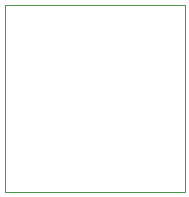
<source format=gko>
G75*
%MOIN*%
%OFA0B0*%
%FSLAX25Y25*%
%IPPOS*%
%LPD*%
%AMOC8*
5,1,8,0,0,1.08239X$1,22.5*
%
%ADD10C,0.00000*%
D10*
X0001564Y0001300D02*
X0001564Y0063800D01*
X0061564Y0063800D01*
X0061564Y0001300D01*
X0001564Y0001300D01*
M02*

</source>
